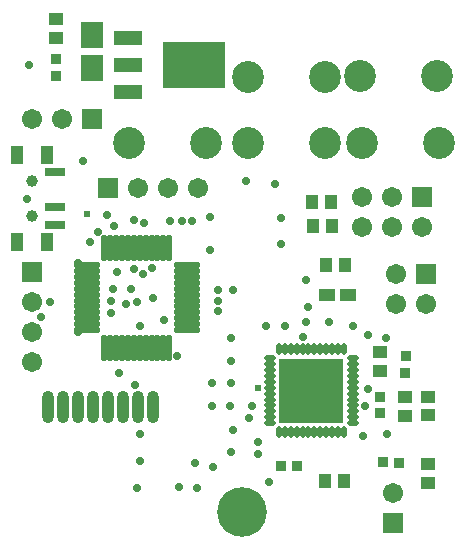
<source format=gts>
G04*
G04 #@! TF.GenerationSoftware,Altium Limited,Altium Designer,18.0.11 (651)*
G04*
G04 Layer_Color=8388736*
%FSLAX25Y25*%
%MOIN*%
G70*
G01*
G75*
%ADD33R,0.06706X0.03162*%
%ADD34R,0.03950X0.06312*%
%ADD35R,0.04599X0.03950*%
%ADD36R,0.05800X0.04300*%
%ADD37R,0.03950X0.04599*%
%ADD38R,0.03800X0.03800*%
%ADD39O,0.03950X0.10879*%
%ADD40R,0.03800X0.03800*%
%ADD41O,0.01784X0.03950*%
%ADD42O,0.03950X0.01784*%
%ADD43R,0.21666X0.21666*%
%ADD44O,0.01981X0.09068*%
%ADD45O,0.09068X0.01981*%
%ADD46R,0.07493X0.08674*%
%ADD47R,0.20800X0.15800*%
%ADD48R,0.09800X0.04800*%
%ADD49C,0.06706*%
%ADD50R,0.06706X0.06706*%
%ADD51C,0.03950*%
%ADD52C,0.10642*%
%ADD53R,0.06706X0.06706*%
%ADD54C,0.02769*%
%ADD55C,0.02375*%
%ADD56C,0.16548*%
D33*
X15858Y-74858D02*
D03*
Y-68953D02*
D03*
Y-57142D02*
D03*
D34*
X12921Y-80370D02*
D03*
X3079D02*
D03*
Y-51630D02*
D03*
X12921D02*
D03*
D35*
X140000Y-132000D02*
D03*
Y-138299D02*
D03*
X132500Y-138500D02*
D03*
Y-132201D02*
D03*
X140000Y-160799D02*
D03*
Y-154500D02*
D03*
X124000Y-117201D02*
D03*
Y-123500D02*
D03*
X16000Y-6201D02*
D03*
Y-12500D02*
D03*
D36*
X106500Y-98000D02*
D03*
X113500D02*
D03*
D37*
X112299Y-88000D02*
D03*
X106000D02*
D03*
X105701Y-160000D02*
D03*
X112000D02*
D03*
X107799Y-67000D02*
D03*
X101500D02*
D03*
X101701Y-75000D02*
D03*
X108000D02*
D03*
D38*
X96500Y-155100D02*
D03*
X91000Y-155000D02*
D03*
X130500Y-154000D02*
D03*
X125000Y-153900D02*
D03*
D39*
X48500Y-135500D02*
D03*
X43500D02*
D03*
X38500D02*
D03*
X33500D02*
D03*
X28500D02*
D03*
X23500D02*
D03*
X18500D02*
D03*
X13500D02*
D03*
D40*
X124000Y-137500D02*
D03*
X124100Y-132000D02*
D03*
X132600Y-118500D02*
D03*
X132500Y-124000D02*
D03*
X16000Y-25000D02*
D03*
X16100Y-19500D02*
D03*
D41*
X90394Y-143827D02*
D03*
X92362D02*
D03*
X94331D02*
D03*
X96299D02*
D03*
X98268D02*
D03*
X100236D02*
D03*
X102205D02*
D03*
X104173D02*
D03*
X106142D02*
D03*
X108110D02*
D03*
X110079D02*
D03*
X112047D02*
D03*
Y-116268D02*
D03*
X110079D02*
D03*
X108110D02*
D03*
X106142D02*
D03*
X104173D02*
D03*
X102205D02*
D03*
X100236D02*
D03*
X98268D02*
D03*
X96299D02*
D03*
X94331D02*
D03*
X92362D02*
D03*
X90394D02*
D03*
D42*
X115000Y-140874D02*
D03*
Y-138906D02*
D03*
Y-136937D02*
D03*
Y-134968D02*
D03*
Y-133000D02*
D03*
Y-131032D02*
D03*
Y-129063D02*
D03*
Y-127094D02*
D03*
Y-125126D02*
D03*
Y-123158D02*
D03*
Y-121189D02*
D03*
Y-119220D02*
D03*
X87441D02*
D03*
Y-121189D02*
D03*
Y-123158D02*
D03*
Y-125126D02*
D03*
Y-127094D02*
D03*
Y-129063D02*
D03*
Y-131032D02*
D03*
Y-133000D02*
D03*
Y-134968D02*
D03*
Y-136937D02*
D03*
Y-138906D02*
D03*
Y-140874D02*
D03*
D43*
X101221Y-130047D02*
D03*
D44*
X32173Y-115642D02*
D03*
X34142D02*
D03*
X36110D02*
D03*
X38079D02*
D03*
X40047D02*
D03*
X42016D02*
D03*
X43984D02*
D03*
X45953D02*
D03*
X47921D02*
D03*
X49890D02*
D03*
X51858D02*
D03*
X53827D02*
D03*
Y-82458D02*
D03*
X51858D02*
D03*
X49890D02*
D03*
X47921D02*
D03*
X45953D02*
D03*
X43984D02*
D03*
X42016D02*
D03*
X40047D02*
D03*
X38079D02*
D03*
X36110D02*
D03*
X34142D02*
D03*
X32173D02*
D03*
D45*
X59642Y-109827D02*
D03*
Y-107858D02*
D03*
Y-105890D02*
D03*
Y-103921D02*
D03*
Y-101953D02*
D03*
Y-99984D02*
D03*
Y-98016D02*
D03*
Y-96047D02*
D03*
Y-94079D02*
D03*
Y-92110D02*
D03*
Y-90142D02*
D03*
Y-88173D02*
D03*
X26358D02*
D03*
Y-90142D02*
D03*
Y-92110D02*
D03*
Y-94079D02*
D03*
Y-96047D02*
D03*
Y-98016D02*
D03*
Y-99984D02*
D03*
Y-101953D02*
D03*
Y-103921D02*
D03*
Y-105890D02*
D03*
Y-107858D02*
D03*
Y-109827D02*
D03*
D46*
X28000Y-22315D02*
D03*
Y-11500D02*
D03*
D47*
X62000Y-21500D02*
D03*
D48*
X40000D02*
D03*
Y-12500D02*
D03*
Y-30500D02*
D03*
D49*
X129500Y-101000D02*
D03*
Y-91000D02*
D03*
X139500Y-101000D02*
D03*
X63500Y-62500D02*
D03*
X53500D02*
D03*
X43500D02*
D03*
X18000Y-39500D02*
D03*
X8000D02*
D03*
X128500Y-164000D02*
D03*
X8000Y-120500D02*
D03*
Y-110500D02*
D03*
Y-100500D02*
D03*
X138000Y-75500D02*
D03*
X128000Y-65500D02*
D03*
Y-75500D02*
D03*
X118000Y-65500D02*
D03*
Y-75500D02*
D03*
D50*
X139500Y-91000D02*
D03*
X33500Y-62500D02*
D03*
X28000Y-39500D02*
D03*
X138000Y-65500D02*
D03*
D51*
X8000Y-71905D02*
D03*
Y-60094D02*
D03*
D52*
X66000Y-47500D02*
D03*
X40409D02*
D03*
X80000Y-25500D02*
D03*
X105591D02*
D03*
X80000Y-47500D02*
D03*
X105591D02*
D03*
X143591D02*
D03*
X118000D02*
D03*
X117409Y-25000D02*
D03*
X143000D02*
D03*
D53*
X128500Y-174000D02*
D03*
X8000Y-90500D02*
D03*
D54*
X16500Y-6000D02*
D03*
X7000Y-21500D02*
D03*
X29900Y-14000D02*
D03*
X91000Y-81000D02*
D03*
Y-72500D02*
D03*
X6500Y-66000D02*
D03*
X30000Y-77000D02*
D03*
X27500Y-80500D02*
D03*
X33000Y-71500D02*
D03*
X89000Y-61000D02*
D03*
X16000Y-57000D02*
D03*
X25000Y-53500D02*
D03*
X27500Y-24500D02*
D03*
X35500Y-75000D02*
D03*
X67500Y-72000D02*
D03*
Y-83000D02*
D03*
X61500Y-73500D02*
D03*
X48000Y-89000D02*
D03*
X45000Y-91000D02*
D03*
X58000Y-73500D02*
D03*
X42000Y-89500D02*
D03*
X54000Y-73500D02*
D03*
X79500Y-60000D02*
D03*
X45500Y-74000D02*
D03*
X42000Y-73000D02*
D03*
X36500Y-90500D02*
D03*
X101500Y-67000D02*
D03*
X41000Y-96000D02*
D03*
X39500Y-101000D02*
D03*
X48500Y-99000D02*
D03*
X43000Y-100500D02*
D03*
X37000Y-124000D02*
D03*
X99500Y-93000D02*
D03*
X115000Y-108500D02*
D03*
X107000Y-107000D02*
D03*
X98500Y-112000D02*
D03*
X99500Y-107000D02*
D03*
X100000Y-102000D02*
D03*
X92500Y-108500D02*
D03*
X52000Y-106500D02*
D03*
X23500Y-87500D02*
D03*
Y-110500D02*
D03*
X87000Y-160500D02*
D03*
X68500Y-155500D02*
D03*
X83500Y-151000D02*
D03*
X75000Y-96500D02*
D03*
X83500Y-147000D02*
D03*
X63000Y-162500D02*
D03*
X44000Y-108500D02*
D03*
X68201Y-135000D02*
D03*
Y-127500D02*
D03*
X57000Y-162000D02*
D03*
X62500Y-154000D02*
D03*
X43000Y-162500D02*
D03*
X44000Y-153500D02*
D03*
Y-144500D02*
D03*
X42500Y-128000D02*
D03*
X126000Y-112500D02*
D03*
X120000Y-111500D02*
D03*
Y-129500D02*
D03*
X119000Y-135000D02*
D03*
X126500Y-144500D02*
D03*
X118500Y-145000D02*
D03*
X105500Y-160000D02*
D03*
X35000Y-96000D02*
D03*
X80500Y-139000D02*
D03*
X70000Y-96500D02*
D03*
X81500Y-135000D02*
D03*
X74000D02*
D03*
X56500Y-118500D02*
D03*
X70000Y-100000D02*
D03*
Y-103500D02*
D03*
X74500Y-150500D02*
D03*
X75000Y-143000D02*
D03*
X74500Y-127500D02*
D03*
Y-120000D02*
D03*
Y-112500D02*
D03*
X86000Y-108500D02*
D03*
X34500Y-104000D02*
D03*
X11000Y-105500D02*
D03*
X34500Y-100000D02*
D03*
X14000Y-100500D02*
D03*
D55*
X26500Y-71000D02*
D03*
X83563Y-129063D02*
D03*
D56*
X78000Y-170500D02*
D03*
M02*

</source>
